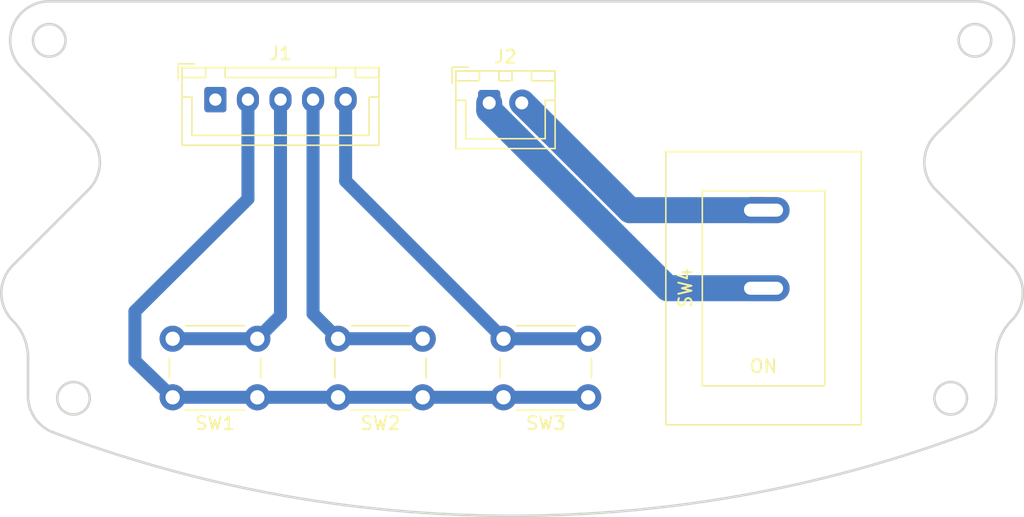
<source format=kicad_pcb>
(kicad_pcb (version 20211014) (generator pcbnew)
  (layers (0 "F.Cu" signal) (31 "B.Cu" signal) (34 "B.Paste" user) (35 "F.Paste" user) (36 "B.SilkS" user "B.Silkscreen") (37 "F.SilkS" user "F.Silkscreen") (38 "B.Mask" user) (39 "F.Mask" user) (44 "Edge.Cuts" user))
  (net 0 "")
  (net 1 "GND")
  (net 2 "+5V")
  (net 3 "SW1")
  (net 4 "SW2")
  (net 5 "SW3")
  (net 6 "+7.5V")
  (net 7 "GND1")
  (footprint "Button_Switch_THT:SW_PUSH_6mm_H5mm" (layer "F.Cu") (at 127.508 135.89 180)
    (fp_text reference "SW1" (at 3.25 -2) (layer "F.SilkS"))
    (fp_text value "SW_DIP_x01")
    (fp_line (start 5.5 -1) (end 1 -1) (layer "F.SilkS") (width 0.12))
    (fp_line (start 1 5.5) (end 5.5 5.5) (layer "F.SilkS") (width 0.12))
    (fp_line (start 6.75 3) (end 6.75 1.5) (layer "F.SilkS") (width 0.12))
    (fp_line (start -0.25 1.5) (end -0.25 3) (layer "F.SilkS") (width 0.12))
    (pad "1" thru_hole circle (at 6.5 0 270) (size 2 2) (drill 1.1) (layers *.Cu *.Mask) (net 2 "+5V"))
    (pad "1" thru_hole circle (at 0 0 270) (size 2 2) (drill 1.1) (layers *.Cu *.Mask) (net 2 "+5V"))
    (pad "2" thru_hole circle (at 6.5 4.5 270) (size 2 2) (drill 1.1) (layers *.Cu *.Mask) (net 3 "SW1"))
    (pad "2" thru_hole circle (at 0 4.5 270) (size 2 2) (drill 1.1) (layers *.Cu *.Mask) (net 3 "SW1"))
  )
  (footprint "Connector_JST:JST_XH_B2B-XH-A_1x02_P2.50mm_Vertical" (layer "F.Cu") (at 145.308 113.267)
    (fp_text reference "J2" (at 1.25 -3.55) (layer "F.SilkS"))
    (fp_text value "Conn_01x02_Female")
    (fp_line (start -1.8 2.75) (end 1.25 2.75) (layer "F.SilkS") (width 0.12))
    (fp_line (start -0.75 -1.7) (end -0.75 -2.45) (layer "F.SilkS") (width 0.12))
    (fp_line (start -2.55 -1.7) (end -0.75 -1.7) (layer "F.SilkS") (width 0.12))
    (fp_line (start 0.75 -2.45) (end 0.75 -1.7) (layer "F.SilkS") (width 0.12))
    (fp_line (start 4.3 2.75) (end 1.25 2.75) (layer "F.SilkS") (width 0.12))
    (fp_line (start -2.85 -2.75) (end -2.85 -1.5) (layer "F.SilkS") (width 0.12))
    (fp_line (start -1.8 -0.2) (end -1.8 2.75) (layer "F.SilkS") (width 0.12))
    (fp_line (start 5.05 -2.45) (end 3.25 -2.45) (layer "F.SilkS") (width 0.12))
    (fp_line (start -2.56 -2.46) (end -2.56 3.51) (layer "F.SilkS") (width 0.12))
    (fp_line (start 5.06 -2.46) (end -2.56 -2.46) (layer "F.SilkS") (width 0.12))
    (fp_line (start 1.75 -2.45) (end 0.75 -2.45) (layer "F.SilkS") (width 0.12))
    (fp_line (start 3.25 -2.45) (end 3.25 -1.7) (layer "F.SilkS") (width 0.12))
    (fp_line (start 5.06 3.51) (end 5.06 -2.46) (layer "F.SilkS") (width 0.12))
    (fp_line (start -2.55 -0.2) (end -1.8 -0.2) (layer "F.SilkS") (width 0.12))
    (fp_line (start 4.3 -0.2) (end 4.3 2.75) (layer "F.SilkS") (width 0.12))
    (fp_line (start 1.75 -1.7) (end 1.75 -2.45) (layer "F.SilkS") (width 0.12))
    (fp_line (start -0.75 -2.45) (end -2.55 -2.45) (layer "F.SilkS") (width 0.12))
    (fp_line (start -1.6 -2.75) (end -2.85 -2.75) (layer "F.SilkS") (width 0.12))
    (fp_line (start 0.75 -1.7) (end 1.75 -1.7) (layer "F.SilkS") (width 0.12))
    (fp_line (start 3.25 -1.7) (end 5.05 -1.7) (layer "F.SilkS") (width 0.12))
    (fp_line (start -2.56 3.51) (end 5.06 3.51) (layer "F.SilkS") (width 0.12))
    (fp_line (start -2.55 -2.45) (end -2.55 -1.7) (layer "F.SilkS") (width 0.12))
    (fp_line (start 5.05 -1.7) (end 5.05 -2.45) (layer "F.SilkS") (width 0.12))
    (fp_line (start 5.05 -0.2) (end 4.3 -0.2) (layer "F.SilkS") (width 0.12))
    (pad "1" thru_hole roundrect (at 0 0) (size 1.7 2) (drill 1) (layers *.Cu *.Mask) (roundrect_rratio 0.1470588235) (net 1 "GND"))
    (pad "2" thru_hole oval (at 2.5 0) (size 1.7 2) (drill 1) (layers *.Cu *.Mask) (net 6 "+7.5V"))
  )
  (footprint "Connector_JST:JST_XH_B5B-XH-A_1x05_P2.50mm_Vertical" (layer "F.Cu") (at 124.286 113.013)
    (fp_text reference "J1" (at 5 -3.55) (layer "F.SilkS"))
    (fp_text value "Conn_01x05_Female")
    (fp_line (start -2.56 -2.46) (end -2.56 3.51) (layer "F.SilkS") (width 0.12))
    (fp_line (start -1.6 -2.75) (end -2.85 -2.75) (layer "F.SilkS") (width 0.12))
    (fp_line (start 11.8 -0.2) (end 11.8 2.75) (layer "F.SilkS") (width 0.12))
    (fp_line (start 0.75 -1.7) (end 9.25 -1.7) (layer "F.SilkS") (width 0.12))
    (fp_line (start -2.55 -1.7) (end -0.75 -1.7) (layer "F.SilkS") (width 0.12))
    (fp_line (start 9.25 -1.7) (end 9.25 -2.45) (layer "F.SilkS") (width 0.12))
    (fp_line (start 11.8 2.75) (end 5 2.75) (layer "F.SilkS") (width 0.12))
    (fp_line (start 10.75 -2.45) (end 10.75 -1.7) (layer "F.SilkS") (width 0.12))
    (fp_line (start -2.85 -2.75) (end -2.85 -1.5) (layer "F.SilkS") (width 0.12))
    (fp_line (start 12.55 -2.45) (end 10.75 -2.45) (layer "F.SilkS") (width 0.12))
    (fp_line (start -2.55 -2.45) (end -2.55 -1.7) (layer "F.SilkS") (width 0.12))
    (fp_line (start -1.8 2.75) (end 5 2.75) (layer "F.SilkS") (width 0.12))
    (fp_line (start -2.55 -0.2) (end -1.8 -0.2) (layer "F.SilkS") (width 0.12))
    (fp_line (start -2.56 3.51) (end 12.56 3.51) (layer "F.SilkS") (width 0.12))
    (fp_line (start 9.25 -2.45) (end 0.75 -2.45) (layer "F.SilkS") (width 0.12))
    (fp_line (start 12.55 -0.2) (end 11.8 -0.2) (layer "F.SilkS") (width 0.12))
    (fp_line (start 12.56 -2.46) (end -2.56 -2.46) (layer "F.SilkS") (width 0.12))
    (fp_line (start -0.75 -2.45) (end -2.55 -2.45) (layer "F.SilkS") (width 0.12))
    (fp_line (start 10.75 -1.7) (end 12.55 -1.7) (layer "F.SilkS") (width 0.12))
    (fp_line (start 0.75 -2.45) (end 0.75 -1.7) (layer "F.SilkS") (width 0.12))
    (fp_line (start -1.8 -0.2) (end -1.8 2.75) (layer "F.SilkS") (width 0.12))
    (fp_line (start 12.56 3.51) (end 12.56 -2.46) (layer "F.SilkS") (width 0.12))
    (fp_line (start 12.55 -1.7) (end 12.55 -2.45) (layer "F.SilkS") (width 0.12))
    (fp_line (start -0.75 -1.7) (end -0.75 -2.45) (layer "F.SilkS") (width 0.12))
    (pad "1" thru_hole roundrect (at 0 0) (size 1.7 1.95) (drill 0.95) (layers *.Cu *.Mask) (roundrect_rratio 0.1470588235) (net 7 "GND1"))
    (pad "2" thru_hole oval (at 2.5 0) (size 1.7 1.95) (drill 0.95) (layers *.Cu *.Mask) (net 2 "+5V"))
    (pad "3" thru_hole oval (at 5 0) (size 1.7 1.95) (drill 0.95) (layers *.Cu *.Mask) (net 3 "SW1"))
    (pad "4" thru_hole oval (at 7.5 0) (size 1.7 1.95) (drill 0.95) (layers *.Cu *.Mask) (net 4 "SW2"))
    (pad "5" thru_hole oval (at 10 0) (size 1.7 1.95) (drill 0.95) (layers *.Cu *.Mask) (net 5 "SW3"))
  )
  (footprint "Button_Switch_THT:SW_PUSH_6mm_H5mm" (layer "F.Cu") (at 140.208 135.89 180)
    (fp_text reference "SW2" (at 3.25 -2) (layer "F.SilkS"))
    (fp_text value "SW_DIP_x01")
    (fp_line (start 1 5.5) (end 5.5 5.5) (layer "F.SilkS") (width 0.12))
    (fp_line (start 5.5 -1) (end 1 -1) (layer "F.SilkS") (width 0.12))
    (fp_line (start -0.25 1.5) (end -0.25 3) (layer "F.SilkS") (width 0.12))
    (fp_line (start 6.75 3) (end 6.75 1.5) (layer "F.SilkS") (width 0.12))
    (pad "1" thru_hole circle (at 6.5 0 270) (size 2 2) (drill 1.1) (layers *.Cu *.Mask) (net 2 "+5V"))
    (pad "1" thru_hole circle (at 0 0 270) (size 2 2) (drill 1.1) (layers *.Cu *.Mask) (net 2 "+5V"))
    (pad "2" thru_hole circle (at 0 4.5 270) (size 2 2) (drill 1.1) (layers *.Cu *.Mask) (net 4 "SW2"))
    (pad "2" thru_hole circle (at 6.5 4.5 270) (size 2 2) (drill 1.1) (layers *.Cu *.Mask) (net 4 "SW2"))
  )
  (footprint "Lib:DS-850k" (layer "F.Cu") (at 166.37 127.508 -90)
    (fp_text reference "SW4" (at 0 6 90) (layer "F.SilkS"))
    (fp_text value "SW_DIP_x01")
    (fp_text user "ON" (at 6 0) (layer "F.SilkS"))
    (fp_line (start 7.5 4.7) (end 7.5 0) (layer "F.SilkS") (width 0.12))
    (fp_line (start -7.5 -4.7) (end -7.5 4.7) (layer "F.SilkS") (width 0.12))
    (fp_line (start -7.5 4.7) (end 7.5 4.7) (layer "F.SilkS") (width 0.12))
    (fp_line (start 10.5 0) (end 10.5 -7.5) (layer "F.SilkS") (width 0.12))
    (fp_line (start 7.5 -4.7) (end -7.5 -4.7) (layer "F.SilkS") (width 0.12))
    (fp_line (start -10.5 7.5) (end 10.5 7.5) (layer "F.SilkS") (width 0.12))
    (fp_line (start 10.5 7.5) (end 10.5 0) (layer "F.SilkS") (width 0.12))
    (fp_line (start -10.5 -7.5) (end -10.5 7.5) (layer "F.SilkS") (width 0.12))
    (fp_line (start 7.5 0) (end 7.5 -4.7) (layer "F.SilkS") (width 0.12))
    (fp_line (start 10.5 -7.5) (end -10.5 -7.5) (layer "F.SilkS") (width 0.12))
    (pad "1" thru_hole oval locked (at 0 0) (size 4 2) (drill oval 3 1) (layers *.Cu *.Mask) (net 1 "GND"))
    (pad "2" thru_hole oval locked (at -6 0) (size 4 2) (drill oval 3 1) (layers *.Cu *.Mask) (net 6 "+7.5V"))
  )
  (footprint "Button_Switch_THT:SW_PUSH_6mm_H5mm" (layer "F.Cu") (at 152.908 135.89 180)
    (fp_text reference "SW3" (at 3.25 -2) (layer "F.SilkS"))
    (fp_text value "SW_DIP_x01")
    (fp_line (start 5.5 -1) (end 1 -1) (layer "F.SilkS") (width 0.12))
    (fp_line (start 1 5.5) (end 5.5 5.5) (layer "F.SilkS") (width 0.12))
    (fp_line (start -0.25 1.5) (end -0.25 3) (layer "F.SilkS") (width 0.12))
    (fp_line (start 6.75 3) (end 6.75 1.5) (layer "F.SilkS") (width 0.12))
    (pad "1" thru_hole circle (at 6.5 0 270) (size 2 2) (drill 1.1) (layers *.Cu *.Mask) (net 2 "+5V"))
    (pad "1" thru_hole circle (at 0 0 270) (size 2 2) (drill 1.1) (layers *.Cu *.Mask) (net 2 "+5V"))
    (pad "2" thru_hole circle (at 0 4.5 270) (size 2 2) (drill 1.1) (layers *.Cu *.Mask) (net 5 "SW3"))
    (pad "2" thru_hole circle (at 6.5 4.5 270) (size 2 2) (drill 1.1) (layers *.Cu *.Mask) (net 5 "SW3"))
  )
  (gr_circle (center 180.737484 135.964323) (end 181.987484 135.964323) (layer "Edge.Cuts") (width 0.2) (fill none))
  (gr_line (start 109.412564 110.580179) (end 114.539088 115.706703) (layer "Edge.Cuts") (width 0.2))
  (gr_arc (start 184.229538 132.828611) (mid 184.534027 131.297882) (end 185.401111 130.000184) (layer "Edge.Cuts") (width 0.2))
  (gr_line (start 185.401111 125.757543) (end 179.592912 119.949344) (layer "Edge.Cuts") (width 0.2))
  (gr_line (start 114.539088 119.949344) (end 108.730889 125.757543) (layer "Edge.Cuts") (width 0.2))
  (gr_arc (start 108.730889 130.000184) (mid 109.59798 131.297877) (end 109.902462 132.828611) (layer "Edge.Cuts") (width 0.2))
  (gr_line (start 184.229538 135.780675) (end 184.229538 132.828611) (layer "Edge.Cuts") (width 0.2))
  (gr_arc (start 109.412564 110.580179) (mid 108.762246 107.310809) (end 111.533884 105.458859) (layer "Edge.Cuts") (width 0.2))
  (gr_arc (start 182.286142 138.588448) (mid 147.066 144.996025) (end 111.845858 138.588448) (layer "Edge.Cuts") (width 0.2))
  (gr_arc (start 184.229538 135.780675) (mid 183.696321 137.488069) (end 182.286142 138.588448) (layer "Edge.Cuts") (width 0.2))
  (gr_arc (start 114.539088 115.706703) (mid 115.417768 117.828024) (end 114.539088 119.949344) (layer "Edge.Cuts") (width 0.2))
  (gr_line (start 182.598116 105.458859) (end 111.533884 105.458859) (layer "Edge.Cuts") (width 0.2))
  (gr_arc (start 108.730889 130.000184) (mid 107.852209 127.878864) (end 108.730889 125.757543) (layer "Edge.Cuts") (width 0.2))
  (gr_line (start 179.592912 115.706703) (end 184.719436 110.580179) (layer "Edge.Cuts") (width 0.2))
  (gr_arc (start 185.401111 125.757543) (mid 186.279792 127.878864) (end 185.401111 130.000184) (layer "Edge.Cuts") (width 0.2))
  (gr_circle (center 113.394516 135.964323) (end 114.644516 135.964323) (layer "Edge.Cuts") (width 0.2) (fill none))
  (gr_line (start 109.902462 132.828611) (end 109.902462 135.780675) (layer "Edge.Cuts") (width 0.2))
  (gr_circle (center 111.533884 108.458859) (end 112.783884 108.458859) (layer "Edge.Cuts") (width 0.2) (fill none))
  (gr_arc (start 182.598116 105.458859) (mid 185.369755 107.310807) (end 184.719436 110.580179) (layer "Edge.Cuts") (width 0.2))
  (gr_arc (start 179.592912 119.949344) (mid 178.714233 117.828024) (end 179.592912 115.706703) (layer "Edge.Cuts") (width 0.2))
  (gr_arc (start 111.845858 138.588448) (mid 110.435702 137.48804) (end 109.902462 135.780675) (layer "Edge.Cuts") (width 0.2))
  (gr_circle (center 182.598116 108.458859) (end 183.848116 108.458859) (layer "Edge.Cuts") (width 0.2) (fill none))
  (segment (start 159.000542 127.508) (end 166.37 127.508) (width 2) (layer "B.Cu") (net 1))
  (segment (start 145.308 113.267) (end 145.308 113.815458) (width 2) (layer "B.Cu") (net 1))
  (segment (start 145.308 113.815458) (end 159.000542 127.508) (width 2) (layer "B.Cu") (net 1))
  (segment (start 126.786 120.65) (end 118.11 129.286) (width 1) (layer "B.Cu") (net 2))
  (segment (start 118.11 133.096) (end 121.008 135.89) (width 1) (layer "B.Cu") (net 2))
  (segment (start 121.008 135.89) (end 152.908 135.89) (width 1) (layer "B.Cu") (net 2))
  (segment (start 118.11 129.286) (end 118.11 133.096) (width 1) (layer "B.Cu") (net 2))
  (segment (start 126.786 113.013) (end 126.786 120.65) (width 1) (layer "B.Cu") (net 2))
  (segment (start 129.286 129.612) (end 127.508 131.39) (width 1) (layer "B.Cu") (net 3))
  (segment (start 129.286 113.013) (end 129.286 129.612) (width 1) (layer "B.Cu") (net 3))
  (segment (start 127.508 131.39) (end 121.008 131.39) (width 1) (layer "B.Cu") (net 3))
  (segment (start 131.786 129.468) (end 133.708 131.39) (width 1) (layer "B.Cu") (net 4))
  (segment (start 131.786 113.013) (end 131.786 129.468) (width 1) (layer "B.Cu") (net 4))
  (segment (start 140.208 131.39) (end 133.708 131.39) (width 1) (layer "B.Cu") (net 4))
  (segment (start 134.286 119.268) (end 146.408 131.39) (width 1) (layer "B.Cu") (net 5))
  (segment (start 134.286 113.013) (end 134.286 119.268) (width 1) (layer "B.Cu") (net 5))
  (segment (start 146.408 131.39) (end 152.908 131.39) (width 1) (layer "B.Cu") (net 5))
  (segment (start 166.37 121.508) (end 156.111134 121.508) (width 2) (layer "B.Cu") (net 6))
  (segment (start 156.111134 121.508) (end 147.839067 113.235933) (width 2) (layer "B.Cu") (net 6))
)
</source>
